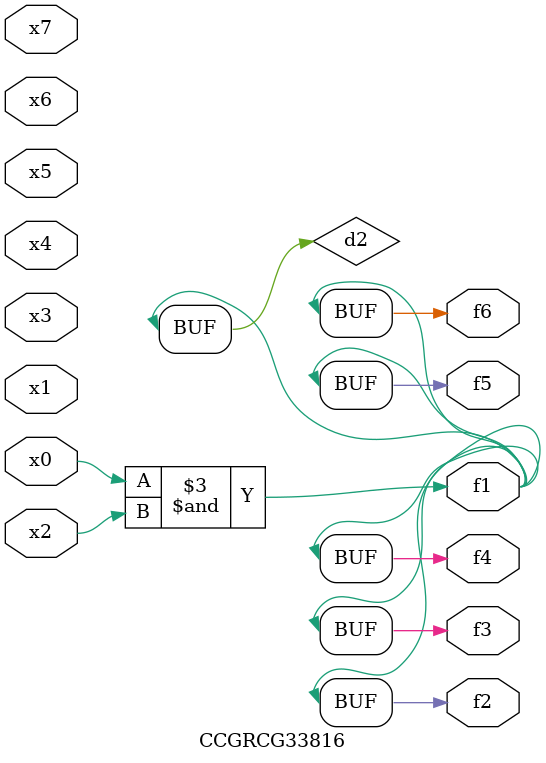
<source format=v>
module CCGRCG33816(
	input x0, x1, x2, x3, x4, x5, x6, x7,
	output f1, f2, f3, f4, f5, f6
);

	wire d1, d2;

	nor (d1, x3, x6);
	and (d2, x0, x2);
	assign f1 = d2;
	assign f2 = d2;
	assign f3 = d2;
	assign f4 = d2;
	assign f5 = d2;
	assign f6 = d2;
endmodule

</source>
